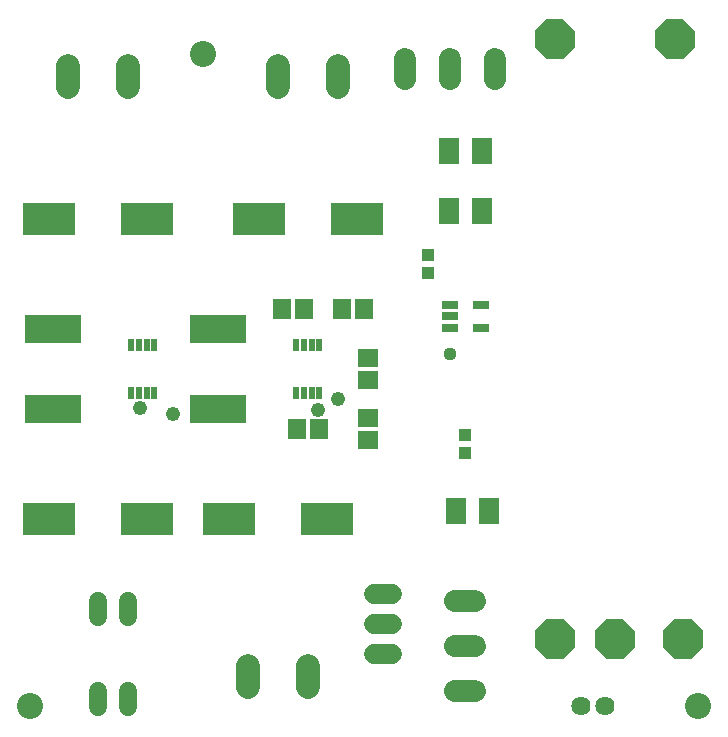
<source format=gts>
G75*
%MOIN*%
%OFA0B0*%
%FSLAX25Y25*%
%IPPOS*%
%LPD*%
%AMOC8*
5,1,8,0,0,1.08239X$1,22.5*
%
%ADD10C,0.08674*%
%ADD11C,0.07850*%
%ADD12R,0.17729X0.10643*%
%ADD13R,0.01969X0.04232*%
%ADD14R,0.18517X0.09658*%
%ADD15R,0.07099X0.05918*%
%ADD16R,0.05918X0.07099*%
%ADD17C,0.06000*%
%ADD18C,0.06800*%
%ADD19R,0.05524X0.02965*%
%ADD20R,0.07099X0.08674*%
%ADD21R,0.03950X0.03950*%
%ADD22OC8,0.13200*%
%ADD23C,0.07400*%
%ADD24C,0.06400*%
%ADD25C,0.04800*%
%ADD26C,0.04762*%
%ADD27C,0.04369*%
%ADD28OC8,0.13461*%
D10*
X0019100Y0019100D03*
X0076600Y0236600D03*
X0241600Y0019100D03*
D11*
X0111600Y0025575D02*
X0111600Y0032625D01*
X0091600Y0032625D02*
X0091600Y0025575D01*
X0101600Y0225575D02*
X0101600Y0232625D01*
X0121600Y0232625D02*
X0121600Y0225575D01*
X0051600Y0225575D02*
X0051600Y0232625D01*
X0031600Y0232625D02*
X0031600Y0225575D01*
D12*
X0025261Y0181600D03*
X0057939Y0181600D03*
X0095261Y0181600D03*
X0127939Y0181600D03*
X0117939Y0081600D03*
X0085261Y0081600D03*
X0057939Y0081600D03*
X0025261Y0081600D03*
D13*
X0052761Y0123480D03*
X0055320Y0123480D03*
X0057880Y0123480D03*
X0060439Y0123480D03*
X0060439Y0139720D03*
X0057880Y0139720D03*
X0055320Y0139720D03*
X0052761Y0139720D03*
X0107761Y0139720D03*
X0110320Y0139720D03*
X0112880Y0139720D03*
X0115439Y0139720D03*
X0115439Y0123480D03*
X0112880Y0123480D03*
X0110320Y0123480D03*
X0107761Y0123480D03*
D14*
X0081600Y0118281D03*
X0081600Y0144919D03*
X0026600Y0144919D03*
X0026600Y0118281D03*
D15*
X0131600Y0115340D03*
X0131600Y0107860D03*
X0131600Y0127860D03*
X0131600Y0135340D03*
D16*
X0130340Y0151600D03*
X0122860Y0151600D03*
X0110340Y0151600D03*
X0102860Y0151600D03*
X0107860Y0111600D03*
X0115340Y0111600D03*
D17*
X0051600Y0054200D02*
X0051600Y0049000D01*
X0041600Y0049000D02*
X0041600Y0054200D01*
X0041600Y0024200D02*
X0041600Y0019000D01*
X0051600Y0019000D02*
X0051600Y0024200D01*
D18*
X0133600Y0036600D02*
X0139600Y0036600D01*
X0139600Y0046600D02*
X0133600Y0046600D01*
X0133600Y0056600D02*
X0139600Y0056600D01*
D19*
X0158982Y0145360D03*
X0158982Y0149100D03*
X0158982Y0152840D03*
X0169218Y0152840D03*
X0169218Y0145360D03*
D20*
X0169612Y0184100D03*
X0158588Y0184100D03*
X0158588Y0204100D03*
X0169612Y0204100D03*
X0172112Y0084100D03*
X0161088Y0084100D03*
D21*
X0164100Y0103647D03*
X0164100Y0109553D03*
X0151600Y0163647D03*
X0151600Y0169553D03*
D22*
X0194100Y0241600D03*
X0234100Y0241600D03*
X0214100Y0041600D03*
D23*
X0167400Y0039100D02*
X0160800Y0039100D01*
X0160800Y0054100D02*
X0167400Y0054100D01*
X0167400Y0024100D02*
X0160800Y0024100D01*
X0159100Y0228300D02*
X0159100Y0234900D01*
X0144100Y0234900D02*
X0144100Y0228300D01*
X0174100Y0228300D02*
X0174100Y0234900D01*
D24*
X0202663Y0019100D03*
X0210537Y0019100D03*
D25*
X0115100Y0117800D03*
X0055700Y0118700D03*
D26*
X0066600Y0116600D03*
X0121600Y0121600D03*
D27*
X0159100Y0136600D03*
D28*
X0194100Y0041600D03*
X0236600Y0041600D03*
M02*

</source>
